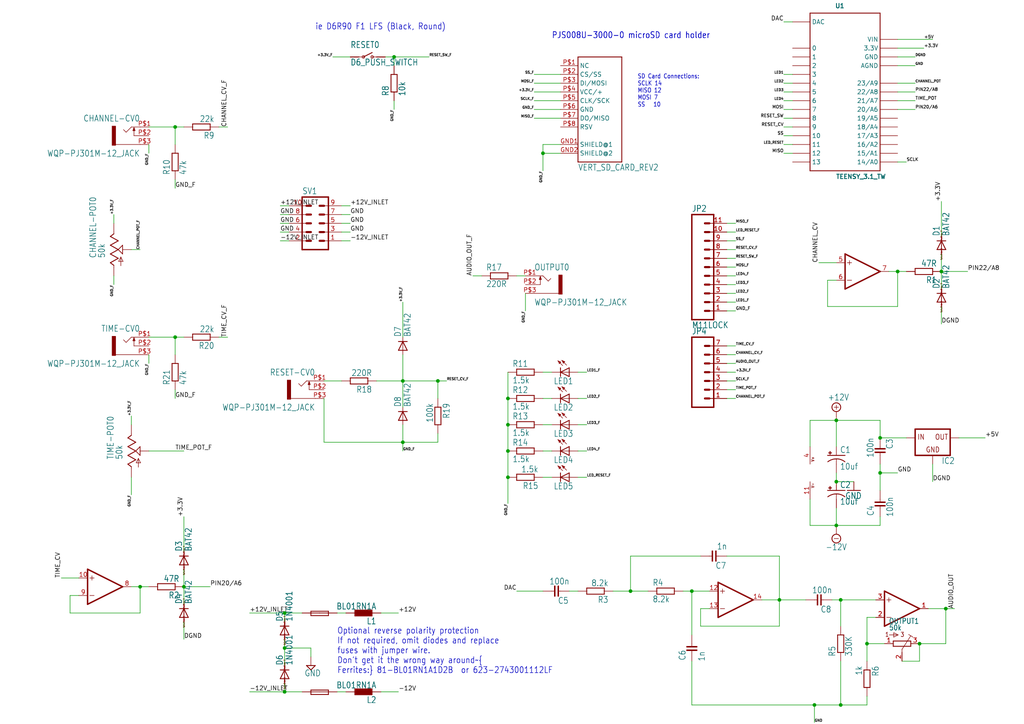
<source format=kicad_sch>
(kicad_sch (version 20231120) (generator "eeschema") (generator_version "8.0")
  (paper "A4")
  (lib_symbols
    (symbol "RadioMusic_B-eagle-import:+12V" (power)
      (symbol "+12V_1_0"
        (pin power_in line (at 0 -2.54 90) (length 2.54) (name "+12V") (number "1"))
      )
    )
    (symbol "RadioMusic_B-eagle-import:-12V" (power)
      (symbol "-12V_1_0"
        (pin power_in line (at 0 2.54 270) (length 2.54) (name "-12V") (number "1"))
      )
    )
    (symbol "RadioMusic_B-eagle-import:10_PIN_HEADER"
      (property "Reference" "SV" (at -3.81 8.382 0))
      (symbol "10_PIN_HEADER_1_0"
        (pin passive line (at 7.62 -5.08 180) (length 5.08) (name "1") (number "1"))
        (pin passive line (at -7.62 5.08 0) (length 5.08) (name "10") (number "10"))
        (pin passive line (at -7.62 -5.08 0) (length 5.08) (name "2") (number "2"))
        (pin passive line (at 7.62 -2.54 180) (length 5.08) (name "3") (number "3"))
        (pin passive line (at -7.62 -2.54 0) (length 5.08) (name "4") (number "4"))
        (pin passive line (at 7.62 0 180) (length 5.08) (name "5") (number "5"))
        (pin passive line (at -7.62 0 0) (length 5.08) (name "6") (number "6"))
        (pin passive line (at 7.62 2.54 180) (length 5.08) (name "7") (number "7"))
        (pin passive line (at -7.62 2.54 0) (length 5.08) (name "8") (number "8"))
        (pin passive line (at 7.62 5.08 180) (length 5.08) (name "9") (number "9"))
      )
    )
    (symbol "RadioMusic_B-eagle-import:1N4004"
      (property "Reference" "D" (at 2.54 0.4826 0))
      (symbol "1N4004_1_0"
        (text "SpiceOrder 1" (at -2.54 0 0) (effects (font (size 0.4064 0.3454))))
        (text "SpiceOrder 2" (at 2.54 0 0) (effects (font (size 0.4064 0.3454))))
        (pin passive line (at -2.54 0 0) (length 2.54) (name "A") (number "A"))
        (pin passive line (at 2.54 0 180) (length 2.54) (name "C") (number "C"))
      )
    )
    (symbol "RadioMusic_B-eagle-import:3362P"
      (property "Reference" "R" (at -5.715 -3.81 90))
      (symbol "3362P_1_0"
        (text "1" (at -1.905 -4.953 900) (effects (font (size 1.27 1.0795)) (justify left bottom)))
        (text "3" (at -1.905 -0.508 900) (effects (font (size 1.27 1.0795)) (justify left bottom)))
        (pin passive line (at 0 -5.08 90) (length 2.54) (name "1") (number "1"))
        (pin passive line (at 5.08 0 180) (length 2.54) (name "2") (number "2"))
        (pin passive line (at 0 5.08 270) (length 2.54) (name "3") (number "3"))
      )
    )
    (symbol "RadioMusic_B-eagle-import:78LXX"
      (property "Reference" "IC" (at 2.54 -7.62 0))
      (symbol "78LXX_1_0"
        (text "GND" (at -2.032 -4.318 0) (effects (font (size 1.524 1.2954)) (justify left bottom)))
        (text "IN" (at -4.445 -0.635 0) (effects (font (size 1.524 1.2954)) (justify left bottom)))
        (text "OUT" (at 0.635 -0.635 0) (effects (font (size 1.524 1.2954)) (justify left bottom)))
        (pin input line (at 0 -7.62 90) (length 2.54) (name "GND") (number "GND"))
        (pin input line (at -7.62 0 0) (length 2.54) (name "IN") (number "IN"))
        (pin passive line (at 7.62 0 180) (length 2.54) (name "OUT") (number "OUT"))
      )
    )
    (symbol "RadioMusic_B-eagle-import:BAT81"
      (property "Reference" "D" (at 2.54 0.4826 0))
      (symbol "BAT81_1_0"
        (text "SpiceOrder 1" (at -2.54 0 0) (effects (font (size 0.4064 0.3454))))
        (text "SpiceOrder 2" (at 2.54 0 0) (effects (font (size 0.4064 0.3454))))
        (pin passive line (at -2.54 0 0) (length 2.54) (name "A") (number "A"))
        (pin passive line (at 2.54 0 180) (length 2.54) (name "C") (number "C"))
      )
    )
    (symbol "RadioMusic_B-eagle-import:BL01RN1A"
      (property "Reference" "L" (at -3.81 1.3716 0))
      (symbol "BL01RN1A_1_0"
        (pin passive line (at -5.08 0 0) (length 2.54) (name "1") (number "1"))
        (pin passive line (at 5.08 0 180) (length 2.54) (name "2") (number "2"))
      )
    )
    (symbol "RadioMusic_B-eagle-import:C-EU050-024X044"
      (property "Reference" "C" (at -1.778 -4.953 90))
      (symbol "C-EU050-024X044_1_0"
        (pin passive line (at 0 2.54 270) (length 2.54) (name "1") (number "1"))
        (pin passive line (at 0 -5.08 90) (length 2.54) (name "2") (number "2"))
      )
    )
    (symbol "RadioMusic_B-eagle-import:C-EU050-025X075"
      (property "Reference" "C" (at -1.778 -4.953 90))
      (symbol "C-EU050-025X075_1_0"
        (pin passive line (at 0 2.54 270) (length 2.54) (name "1") (number "1"))
        (pin passive line (at 0 -5.08 90) (length 2.54) (name "2") (number "2"))
      )
    )
    (symbol "RadioMusic_B-eagle-import:CAP_POLPTH2"
      (property "Reference" "C" (at 1.016 0.635 0))
      (symbol "CAP_POLPTH2_1_0"
        (pin passive line (at 0 2.54 270) (length 2.54) (name "+") (number "1"))
        (pin passive line (at 0 -5.08 90) (length 2.54) (name "-") (number "2"))
      )
    )
    (symbol "RadioMusic_B-eagle-import:GND" (power)
      (symbol "GND_1_0"
        (pin power_in line (at 0 2.54 270) (length 2.54) (name "GND") (number "1"))
      )
    )
    (symbol "RadioMusic_B-eagle-import:PTC_FUSEPOLY_FUSE"
      (symbol "PTC_FUSEPOLY_FUSE_1_0"
        (pin bidirectional line (at -5.08 0 0) (length 5.08) (name "P$1") (number "1"))
        (pin bidirectional line (at 5.08 0 180) (length 5.08) (name "P$2") (number "2"))
      )
    )
    (symbol "RadioMusic_B-eagle-import:R-EU_STANDARD_RESISTOR"
      (property "Reference" "R" (at -3.81 1.4986 0))
      (symbol "R-EU_STANDARD_RESISTOR_1_0"
        (pin passive line (at -5.08 0 0) (length 2.54) (name "1") (number "1"))
        (pin passive line (at 5.08 0 180) (length 2.54) (name "2") (number "2"))
      )
    )
    (symbol "RadioMusic_B-eagle-import:TEENSY_3.1_TW"
      (property "Reference" "U" (at -3.048 24.13 0))
      (symbol "TEENSY_3.1_TW_1_0"
        (pin bidirectional line (at -15.24 12.7 0) (length 5.08) (name "0") (number "0"))
        (pin bidirectional line (at -15.24 10.16 0) (length 5.08) (name "1") (number "1"))
        (pin bidirectional line (at -15.24 -12.7 0) (length 5.08) (name "10") (number "10"))
        (pin bidirectional line (at -15.24 -15.24 0) (length 5.08) (name "11") (number "11"))
        (pin bidirectional line (at -15.24 -17.78 0) (length 5.08) (name "12") (number "12"))
        (pin bidirectional line (at -15.24 -20.32 0) (length 5.08) (name "13") (number "13"))
        (pin bidirectional line (at 15.24 -20.32 180) (length 5.08) (name "14/A0") (number "14/A0"))
        (pin bidirectional line (at 15.24 -17.78 180) (length 5.08) (name "15/A1") (number "15/A1"))
        (pin bidirectional line (at 15.24 -15.24 180) (length 5.08) (name "16/A2") (number "16/A2"))
        (pin bidirectional line (at 15.24 -12.7 180) (length 5.08) (name "17/A3") (number "17/A3"))
        (pin bidirectional line (at 15.24 -10.16 180) (length 5.08) (name "18/A4") (number "18/A4"))
        (pin bidirectional line (at 15.24 -7.62 180) (length 5.08) (name "19/A5") (number "19/A5"))
        (pin bidirectional line (at -15.24 7.62 0) (length 5.08) (name "2") (number "2"))
        (pin bidirectional line (at 15.24 -5.08 180) (length 5.08) (name "20/A6") (number "20/A6"))
        (pin bidirectional line (at 15.24 -2.54 180) (length 5.08) (name "21/A7") (number "21/A7"))
        (pin bidirectional line (at 15.24 0 180) (length 5.08) (name "22/A8") (number "22/A8"))
        (pin bidirectional line (at 15.24 2.54 180) (length 5.08) (name "23/A9") (number "23/A9"))
        (pin bidirectional line (at -15.24 5.08 0) (length 5.08) (name "3") (number "3"))
        (pin power_in line (at 15.24 12.7 180) (length 5.08) (name "3.3V") (number "3.3V"))
        (pin bidirectional line (at -15.24 2.54 0) (length 5.08) (name "4") (number "4"))
        (pin bidirectional line (at -15.24 0 0) (length 5.08) (name "5") (number "5"))
        (pin bidirectional line (at -15.24 -2.54 0) (length 5.08) (name "6") (number "6"))
        (pin bidirectional line (at -15.24 -5.08 0) (length 5.08) (name "7") (number "7"))
        (pin bidirectional line (at -15.24 -7.62 0) (length 5.08) (name "8") (number "8"))
        (pin bidirectional line (at -15.24 -10.16 0) (length 5.08) (name "9") (number "9"))
        (pin power_in line (at 15.24 7.62 180) (length 5.08) (name "AGND") (number "AGND"))
        (pin bidirectional line (at -15.24 20.32 0) (length 5.08) (name "DAC") (number "DAC"))
        (pin power_in line (at 15.24 10.16 180) (length 5.08) (name "GND") (number "GND"))
        (pin power_in line (at 15.24 15.24 180) (length 5.08) (name "VIN") (number "VIN"))
      )
    )
    (symbol "RadioMusic_B-eagle-import:TL074P"
      (symbol "TL074P_1_0"
        (pin output line (at 7.62 0 180) (length 2.54) (name "OUT") (number "1"))
        (pin input line (at -7.62 -2.54 0) (length 2.54) (name "-IN") (number "2"))
        (pin input line (at -7.62 2.54 0) (length 2.54) (name "+IN") (number "3"))
      )
      (symbol "TL074P_2_0"
        (pin input line (at -7.62 2.54 0) (length 2.54) (name "+IN") (number "5"))
        (pin input line (at -7.62 -2.54 0) (length 2.54) (name "-IN") (number "6"))
        (pin output line (at 7.62 0 180) (length 2.54) (name "OUT") (number "7"))
      )
      (symbol "TL074P_3_0"
        (pin input line (at -7.62 2.54 0) (length 2.54) (name "+IN") (number "10"))
        (pin output line (at 7.62 0 180) (length 2.54) (name "OUT") (number "8"))
        (pin input line (at -7.62 -2.54 0) (length 2.54) (name "-IN") (number "9"))
      )
      (symbol "TL074P_4_0"
        (pin input line (at -7.62 2.54 0) (length 2.54) (name "+IN") (number "12"))
        (pin input line (at -7.62 -2.54 0) (length 2.54) (name "-IN") (number "13"))
        (pin output line (at 7.62 0 180) (length 2.54) (name "OUT") (number "14"))
      )
      (symbol "TL074P_5_0"
        (text "V+" (at 1.27 3.175 900) (effects (font (size 0.8128 0.6908)) (justify left bottom)))
        (text "V-" (at 1.27 -4.445 900) (effects (font (size 0.8128 0.6908)) (justify left bottom)))
        (pin power_in line (at 0 -7.62 90) (length 5.08) (name "V-") (number "11"))
        (pin power_in line (at 0 7.62 270) (length 5.08) (name "V+") (number "4"))
      )
    )
    (symbol "RadioMusic_B-eagle-import:supply1_GND" (power)
      (symbol "supply1_GND_1_0"
        (pin power_in line (at 0 2.54 270) (length 2.54) (name "GND") (number "1"))
      )
    )
    (symbol "RadioMusic_F-eagle-import:ALPHA-9MMA"
      (property "Reference" "R" (at -5.08 -2.54 90))
      (symbol "ALPHA-9MMA_1_0"
        (pin passive line (at 0 -7.62 90) (length 2.54) (name "A") (number "1"))
        (pin passive line (at 5.08 0 180) (length 2.54) (name "S") (number "2"))
        (pin passive line (at 0 7.62 270) (length 2.54) (name "E") (number "3"))
      )
    )
    (symbol "RadioMusic_F-eagle-import:BAT81"
      (property "Reference" "D" (at 2.54 0.4826 0))
      (symbol "BAT81_1_0"
        (pin passive line (at -2.54 0 0) (length 2.54) (name "A") (number "A"))
        (pin passive line (at 2.54 0 180) (length 2.54) (name "C") (number "C"))
      )
    )
    (symbol "RadioMusic_F-eagle-import:D6_PUSH_SWITCH"
      (property "Reference" "S" (at -5.08 2.54 0))
      (symbol "D6_PUSH_SWITCH_1_0"
        (pin passive line (at 5.08 0 180) (length 2.54) (name "O") (number "P$1"))
        (pin passive line (at 5.08 0 180) (length 2.54) (name "O") (number "P$2"))
        (pin passive line (at -5.08 0 0) (length 2.54) (name "P") (number "P$3"))
        (pin passive line (at -5.08 0 0) (length 2.54) (name "P") (number "P$4"))
      )
    )
    (symbol "RadioMusic_F-eagle-import:LED3MM"
      (property "Reference" "LED" (at 3.556 -4.572 90))
      (symbol "LED3MM_1_0"
        (pin passive line (at 0 2.54 270) (length 2.54) (name "A") (number "A"))
        (pin passive line (at 0 -5.08 90) (length 2.54) (name "C") (number "K"))
      )
    )
    (symbol "RadioMusic_F-eagle-import:M07LOCK"
      (property "Reference" "JP" (at -5.08 13.462 0))
      (symbol "M07LOCK_1_0"
        (pin passive line (at 5.08 -5.08 180) (length 5.08) (name "1") (number "1"))
        (pin passive line (at 5.08 -2.54 180) (length 5.08) (name "2") (number "2"))
        (pin passive line (at 5.08 0 180) (length 5.08) (name "3") (number "3"))
        (pin passive line (at 5.08 2.54 180) (length 5.08) (name "4") (number "4"))
        (pin passive line (at 5.08 5.08 180) (length 5.08) (name "5") (number "5"))
        (pin passive line (at 5.08 7.62 180) (length 5.08) (name "6") (number "6"))
        (pin passive line (at 5.08 10.16 180) (length 5.08) (name "7") (number "7"))
      )
    )
    (symbol "RadioMusic_F-eagle-import:M11LOCK"
      (property "Reference" "JP" (at 0 16.002 0))
      (symbol "M11LOCK_1_0"
        (pin passive line (at 10.16 -12.7 180) (length 5.08) (name "1") (number "1"))
        (pin passive line (at 10.16 10.16 180) (length 5.08) (name "10") (number "10"))
        (pin passive line (at 10.16 12.7 180) (length 5.08) (name "11") (number "11"))
        (pin passive line (at 10.16 -10.16 180) (length 5.08) (name "2") (number "2"))
        (pin passive line (at 10.16 -7.62 180) (length 5.08) (name "3") (number "3"))
        (pin passive line (at 10.16 -5.08 180) (length 5.08) (name "4") (number "4"))
        (pin passive line (at 10.16 -2.54 180) (length 5.08) (name "5") (number "5"))
        (pin passive line (at 10.16 0 180) (length 5.08) (name "6") (number "6"))
        (pin passive line (at 10.16 2.54 180) (length 5.08) (name "7") (number "7"))
        (pin passive line (at 10.16 5.08 180) (length 5.08) (name "8") (number "8"))
        (pin passive line (at 10.16 7.62 180) (length 5.08) (name "9") (number "9"))
      )
    )
    (symbol "RadioMusic_F-eagle-import:R-EU_STANDARD_RESISTOR"
      (property "Reference" "R" (at -3.81 1.4986 0))
      (symbol "R-EU_STANDARD_RESISTOR_1_0"
        (pin passive line (at -5.08 0 0) (length 2.54) (name "1") (number "1"))
        (pin passive line (at 5.08 0 180) (length 2.54) (name "2") (number "2"))
      )
    )
    (symbol "RadioMusic_F-eagle-import:VERT_SD_CARD_REV2"
      (symbol "VERT_SD_CARD_REV2_1_0"
        (pin bidirectional line (at -7.62 -10.16 0) (length 5.08) (name "SHIELD@1") (number "GND1"))
        (pin bidirectional line (at -7.62 -12.7 0) (length 5.08) (name "SHIELD@2") (number "GND2"))
        (pin bidirectional line (at -7.62 12.7 0) (length 5.08) (name "NC") (number "P$1"))
        (pin bidirectional line (at -7.62 10.16 0) (length 5.08) (name "CS/SS") (number "P$2"))
        (pin bidirectional line (at -7.62 7.62 0) (length 5.08) (name "DI/MOSI") (number "P$3"))
        (pin bidirectional line (at -7.62 5.08 0) (length 5.08) (name "VCC/+") (number "P$4"))
        (pin bidirectional line (at -7.62 2.54 0) (length 5.08) (name "CLK/SCK") (number "P$5"))
        (pin bidirectional line (at -7.62 0 0) (length 5.08) (name "GND") (number "P$6"))
        (pin bidirectional line (at -7.62 -2.54 0) (length 5.08) (name "DO/MISO") (number "P$7"))
        (pin bidirectional line (at -7.62 -5.08 0) (length 5.08) (name "RSV") (number "P$8"))
      )
    )
    (symbol "RadioMusic_F-eagle-import:WQP-PJ301M-12_JACK"
      (property "Reference" "J" (at -2.54 4.064 0))
      (symbol "WQP-PJ301M-12_JACK_1_0"
        (pin passive line (at -5.08 2.54 0) (length 2.54) (name "2") (number "P$1"))
        (pin passive line (at -5.08 0 0) (length 2.54) (name "3") (number "P$2"))
        (pin passive line (at -5.08 -2.54 0) (length 2.54) (name "1") (number "P$3"))
      )
    )
  )
  (junction (at 242.57 152.4))
  (junction (at 116.84 110.49))
  (junction (at 182.88 171.45))
  (junction (at 260.35 78.74))
  (junction (at 82.55 177.8))
  (junction (at 236.22 204.47))
  (junction (at 157.48 44.45))
  (junction (at 242.57 139.7))
  (junction (at 53.34 170.18))
  (junction (at 82.55 187.96))
  (junction (at 200.66 171.45))
  (junction (at 50.8 97.79))
  (junction (at 147.32 123.19))
  (junction (at 251.46 186.69))
  (junction (at 82.55 200.66))
  (junction (at 273.05 78.74))
  (junction (at 116.84 128.27))
  (junction (at 127 110.49))
  (junction (at 50.8 36.83))
  (junction (at 147.32 138.43))
  (junction (at 226.06 173.99))
  (junction (at 147.32 130.81))
  (junction (at 147.32 115.57))
  (junction (at 266.7 186.69))
  (junction (at 255.27 127))
  (junction (at 243.84 204.47))
  (junction (at 255.27 137.16))
  (junction (at 242.57 121.92))
  (junction (at 274.32 176.53))
  (junction (at 243.84 173.99))
  (junction (at 114.3 16.51))
  (junction (at 40.64 170.18))
  (wire (pts (xy 251.46 204.47) (xy 243.84 204.47)) (stroke (width 0.1524)))
  (wire (pts (xy 157.48 115.57) (xy 160.02 115.57)) (stroke (width 0.1524)))
  (wire (pts (xy 87.63 177.8) (xy 82.55 177.8)) (stroke (width 0.1524)))
  (wire (pts (xy 240.03 81.28) (xy 240.03 88.9)) (stroke (width 0.1524)))
  (wire (pts (xy 114.3 16.51) (xy 124.46 16.51)) (stroke (width 0.1524)))
  (wire (pts (xy 127 110.49) (xy 129.54 110.49)) (stroke (width 0.1524)))
  (wire (pts (xy 22.86 167.64) (xy 17.78 167.64)) (stroke (width 0.1524)))
  (wire (pts (xy 200.66 184.15) (xy 200.66 171.45)) (stroke (width 0.1524)))
  (wire (pts (xy 127 115.57) (xy 127 110.49)) (stroke (width 0.1524)))
  (wire (pts (xy 213.36 87.63) (xy 210.82 87.63)) (stroke (width 0.1524)))
  (wire (pts (xy 152.4 90.17) (xy 152.4 85.09)) (stroke (width 0.1524)))
  (wire (pts (xy 116.84 110.49) (xy 116.84 102.87)) (stroke (width 0.1524)))
  (wire (pts (xy 154.94 21.59) (xy 162.56 21.59)) (stroke (width 0.1524)))
  (wire (pts (xy 116.84 128.27) (xy 116.84 130.81)) (stroke (width 0.1524)))
  (wire (pts (xy 81.28 59.69) (xy 83.82 59.69)) (stroke (width 0.1524)))
  (wire (pts (xy 99.06 110.49) (xy 93.98 110.49)) (stroke (width 0.1524)))
  (wire (pts (xy 213.36 113.03) (xy 210.82 113.03)) (stroke (width 0.1524)))
  (wire (pts (xy 280.67 78.74) (xy 273.05 78.74)) (stroke (width 0.1524)))
  (wire (pts (xy 213.36 110.49) (xy 210.82 110.49)) (stroke (width 0.1524)))
  (wire (pts (xy 257.81 78.74) (xy 260.35 78.74)) (stroke (width 0.1524)))
  (wire (pts (xy 213.36 69.85) (xy 210.82 69.85)) (stroke (width 0.1524)))
  (wire (pts (xy 100.33 200.66) (xy 97.79 200.66)) (stroke (width 0.1524)))
  (wire (pts (xy 227.33 21.59) (xy 229.87 21.59)) (stroke (width 0.1524)))
  (wire (pts (xy 170.18 115.57) (xy 167.64 115.57)) (stroke (width 0.1524)))
  (wire (pts (xy 43.18 105.41) (xy 43.18 102.87)) (stroke (width 0.1524)))
  (wire (pts (xy 101.6 59.69) (xy 99.06 59.69)) (stroke (width 0.1524)))
  (wire (pts (xy 149.86 80.01) (xy 152.4 80.01)) (stroke (width 0.1524)))
  (wire (pts (xy 251.46 186.69) (xy 251.46 191.77)) (stroke (width 0.1524)))
  (wire (pts (xy 213.36 115.57) (xy 210.82 115.57)) (stroke (width 0.1524)))
  (wire (pts (xy 50.8 115.57) (xy 50.8 113.03)) (stroke (width 0.1524)))
  (wire (pts (xy 100.33 177.8) (xy 97.79 177.8)) (stroke (width 0.1524)))
  (wire (pts (xy 213.36 82.55) (xy 210.82 82.55)) (stroke (width 0.1524)))
  (wire (pts (xy 242.57 152.4) (xy 234.95 152.4)) (stroke (width 0.1524)))
  (wire (pts (xy 255.27 142.24) (xy 255.27 137.16)) (stroke (width 0.1524)))
  (wire (pts (xy 226.06 173.99) (xy 220.98 173.99)) (stroke (width 0.1524)))
  (wire (pts (xy 154.94 31.75) (xy 162.56 31.75)) (stroke (width 0.1524)))
  (wire (pts (xy 157.48 41.91) (xy 162.56 41.91)) (stroke (width 0.1524)))
  (wire (pts (xy 240.03 88.9) (xy 260.35 88.9)) (stroke (width 0.1524)))
  (wire (pts (xy 233.68 173.99) (xy 226.06 173.99)) (stroke (width 0.1524)))
  (wire (pts (xy 116.84 128.27) (xy 116.84 123.19)) (stroke (width 0.1524)))
  (wire (pts (xy 177.8 171.45) (xy 182.88 171.45)) (stroke (width 0.1524)))
  (wire (pts (xy 265.43 26.67) (xy 260.35 26.67)) (stroke (width 0.1524)))
  (wire (pts (xy 60.96 170.18) (xy 53.34 170.18)) (stroke (width 0.1524)))
  (wire (pts (xy 276.86 176.53) (xy 274.32 176.53)) (stroke (width 0.1524)))
  (wire (pts (xy 273.05 93.98) (xy 273.05 88.9)) (stroke (width 0.1524)))
  (wire (pts (xy 227.33 36.83) (xy 229.87 36.83)) (stroke (width 0.1524)))
  (wire (pts (xy 109.22 110.49) (xy 116.84 110.49)) (stroke (width 0.1524)))
  (wire (pts (xy 255.27 149.86) (xy 255.27 152.4)) (stroke (width 0.1524)))
  (wire (pts (xy 53.34 97.79) (xy 50.8 97.79)) (stroke (width 0.1524)))
  (wire (pts (xy 43.18 44.45) (xy 43.18 41.91)) (stroke (width 0.1524)))
  (wire (pts (xy 269.24 176.53) (xy 274.32 176.53)) (stroke (width 0.1524)))
  (wire (pts (xy 236.22 204.47) (xy 236.22 209.55)) (stroke (width 0.1524)))
  (wire (pts (xy 116.84 110.49) (xy 127 110.49)) (stroke (width 0.1524)))
  (wire (pts (xy 242.57 81.28) (xy 240.03 81.28)) (stroke (width 0.1524)))
  (wire (pts (xy 81.28 67.31) (xy 83.82 67.31)) (stroke (width 0.1524)))
  (wire (pts (xy 170.18 138.43) (xy 167.64 138.43)) (stroke (width 0.1524)))
  (wire (pts (xy 170.18 107.95) (xy 167.64 107.95)) (stroke (width 0.1524)))
  (wire (pts (xy 82.55 177.8) (xy 72.39 177.8)) (stroke (width 0.1524)))
  (wire (pts (xy 251.46 204.47) (xy 251.46 201.93)) (stroke (width 0.1524)))
  (wire (pts (xy 147.32 115.57) (xy 147.32 123.19)) (stroke (width 0.1524)))
  (wire (pts (xy 72.39 200.66) (xy 82.55 200.66)) (stroke (width 0.1524)))
  (wire (pts (xy 227.33 6.35) (xy 229.87 6.35)) (stroke (width 0.1524)))
  (wire (pts (xy 273.05 83.82) (xy 273.05 78.74)) (stroke (width 0.1524)))
  (wire (pts (xy 127 125.73) (xy 127 128.27)) (stroke (width 0.1524)))
  (wire (pts (xy 227.33 31.75) (xy 229.87 31.75)) (stroke (width 0.1524)))
  (wire (pts (xy 255.27 137.16) (xy 255.27 134.62)) (stroke (width 0.1524)))
  (wire (pts (xy 213.36 67.31) (xy 210.82 67.31)) (stroke (width 0.1524)))
  (wire (pts (xy 213.36 72.39) (xy 210.82 72.39)) (stroke (width 0.1524)))
  (wire (pts (xy 227.33 41.91) (xy 229.87 41.91)) (stroke (width 0.1524)))
  (wire (pts (xy 273.05 73.66) (xy 273.05 78.74)) (stroke (width 0.1524)))
  (wire (pts (xy 200.66 171.45) (xy 205.74 171.45)) (stroke (width 0.1524)))
  (wire (pts (xy 82.55 187.96) (xy 82.55 193.04)) (stroke (width 0.1524)))
  (wire (pts (xy 226.06 161.29) (xy 226.06 173.99)) (stroke (width 0.1524)))
  (wire (pts (xy 205.74 176.53) (xy 203.2 176.53)) (stroke (width 0.1524)))
  (wire (pts (xy 227.33 29.21) (xy 229.87 29.21)) (stroke (width 0.1524)))
  (wire (pts (xy 114.3 31.75) (xy 114.3 29.21)) (stroke (width 0.1524)))
  (wire (pts (xy 154.94 34.29) (xy 162.56 34.29)) (stroke (width 0.1524)))
  (wire (pts (xy 227.33 39.37) (xy 229.87 39.37)) (stroke (width 0.1524)))
  (wire (pts (xy 81.28 64.77) (xy 83.82 64.77)) (stroke (width 0.1524)))
  (wire (pts (xy 213.36 107.95) (xy 210.82 107.95)) (stroke (width 0.1524)))
  (wire (pts (xy 101.6 67.31) (xy 99.06 67.31)) (stroke (width 0.1524)))
  (wire (pts (xy 203.2 161.29) (xy 182.88 161.29)) (stroke (width 0.1524)))
  (wire (pts (xy 40.64 177.8) (xy 40.64 170.18)) (stroke (width 0.1524)))
  (wire (pts (xy 147.32 123.19) (xy 147.32 130.81)) (stroke (width 0.1524)))
  (wire (pts (xy 182.88 171.45) (xy 187.96 171.45)) (stroke (width 0.1524)))
  (wire (pts (xy 213.36 77.47) (xy 210.82 77.47)) (stroke (width 0.1524)))
  (wire (pts (xy 33.02 82.55) (xy 33.02 80.01)) (stroke (width 0.1524)))
  (wire (pts (xy 262.89 127) (xy 255.27 127)) (stroke (width 0.1524)))
  (wire (pts (xy 265.43 31.75) (xy 260.35 31.75)) (stroke (width 0.1524)))
  (wire (pts (xy 147.32 130.81) (xy 147.32 138.43)) (stroke (width 0.1524)))
  (wire (pts (xy 53.34 185.42) (xy 53.34 180.34)) (stroke (width 0.1524)))
  (wire (pts (xy 213.36 64.77) (xy 210.82 64.77)) (stroke (width 0.1524)))
  (wire (pts (xy 116.84 97.79) (xy 116.84 87.63)) (stroke (width 0.1524)))
  (wire (pts (xy 127 128.27) (xy 116.84 128.27)) (stroke (width 0.1524)))
  (wire (pts (xy 116.84 118.11) (xy 116.84 110.49)) (stroke (width 0.1524)))
  (wire (pts (xy 81.28 62.23) (xy 83.82 62.23)) (stroke (width 0.1524)))
  (wire (pts (xy 53.34 149.86) (xy 53.34 160.02)) (stroke (width 0.1524)))
  (wire (pts (xy 242.57 139.7) (xy 242.57 137.16)) (stroke (width 0.1524)))
  (wire (pts (xy 149.86 171.45) (xy 157.48 171.45)) (stroke (width 0.1524)))
  (wire (pts (xy 165.1 171.45) (xy 167.64 171.45)) (stroke (width 0.1524)))
  (wire (pts (xy 241.3 173.99) (xy 243.84 173.99)) (stroke (width 0.1524)))
  (wire (pts (xy 234.95 152.4) (xy 234.95 144.78)) (stroke (width 0.1524)))
  (wire (pts (xy 170.18 123.19) (xy 167.64 123.19)) (stroke (width 0.1524)))
  (wire (pts (xy 50.8 41.91) (xy 50.8 36.83)) (stroke (width 0.1524)))
  (wire (pts (xy 101.6 69.85) (xy 99.06 69.85)) (stroke (width 0.1524)))
  (wire (pts (xy 182.88 161.29) (xy 182.88 171.45)) (stroke (width 0.1524)))
  (wire (pts (xy 255.27 152.4) (xy 242.57 152.4)) (stroke (width 0.1524)))
  (wire (pts (xy 213.36 85.09) (xy 210.82 85.09)) (stroke (width 0.1524)))
  (wire (pts (xy 20.32 177.8) (xy 40.64 177.8)) (stroke (width 0.1524)))
  (wire (pts (xy 227.33 34.29) (xy 229.87 34.29)) (stroke (width 0.1524)))
  (wire (pts (xy 234.95 129.54) (xy 234.95 121.92)) (stroke (width 0.1524)))
  (wire (pts (xy 82.55 177.8) (xy 82.55 180.34)) (stroke (width 0.1524)))
  (wire (pts (xy 20.32 172.72) (xy 20.32 177.8)) (stroke (width 0.1524)))
  (wire (pts (xy 265.43 24.13) (xy 260.35 24.13)) (stroke (width 0.1524)))
  (wire (pts (xy 22.86 172.72) (xy 20.32 172.72)) (stroke (width 0.1524)))
  (wire (pts (xy 236.22 204.47) (xy 200.66 204.47)) (stroke (width 0.1524)))
  (wire (pts (xy 66.04 97.79) (xy 63.5 97.79)) (stroke (width 0.1524)))
  (wire (pts (xy 200.66 191.77) (xy 200.66 204.47)) (stroke (width 0.1524)))
  (wire (pts (xy 157.48 44.45) (xy 157.48 41.91)) (stroke (width 0.1524)))
  (wire (pts (xy 266.7 191.77) (xy 266.7 186.69)) (stroke (width 0.1524)))
  (wire (pts (xy 203.2 181.61) (xy 226.06 181.61)) (stroke (width 0.1524)))
  (wire (pts (xy 137.16 80.01) (xy 139.7 80.01)) (stroke (width 0.1524)))
  (wire (pts (xy 82.55 200.66) (xy 87.63 200.66)) (stroke (width 0.1524)))
  (wire (pts (xy 160.02 107.95) (xy 157.48 107.95)) (stroke (width 0.1524)))
  (wire (pts (xy 40.64 170.18) (xy 38.1 170.18)) (stroke (width 0.1524)))
  (wire (pts (xy 213.36 80.01) (xy 210.82 80.01)) (stroke (width 0.1524)))
  (wire (pts (xy 157.48 130.81) (xy 160.02 130.81)) (stroke (width 0.1524)))
  (wire (pts (xy 274.32 186.69) (xy 274.32 176.53)) (stroke (width 0.1524)))
  (wire (pts (xy 260.35 13.97) (xy 267.97 13.97)) (stroke (width 0.1524)))
  (wire (pts (xy 251.46 179.07) (xy 251.46 186.69)) (stroke (width 0.1524)))
  (wire (pts (xy 273.05 58.42) (xy 273.05 68.58)) (stroke (width 0.1524)))
  (wire (pts (xy 115.57 200.66) (xy 110.49 200.66)) (stroke (width 0.1524)))
  (wire (pts (xy 256.54 186.69) (xy 251.46 186.69)) (stroke (width 0.1524)))
  (wire (pts (xy 213.36 90.17) (xy 210.82 90.17)) (stroke (width 0.1524)))
  (wire (pts (xy 210.82 161.29) (xy 226.06 161.29)) (stroke (width 0.1524)))
  (wire (pts (xy 115.57 177.8) (xy 110.49 177.8)) (stroke (width 0.1524)))
  (wire (pts (xy 242.57 121.92) (xy 242.57 129.54)) (stroke (width 0.1524)))
  (wire (pts (xy 82.55 185.42) (xy 82.55 187.96)) (stroke (width 0.1524)))
  (wire (pts (xy 261.62 191.77) (xy 266.7 191.77)) (stroke (width 0.1524)))
  (wire (pts (xy 154.94 24.13) (xy 162.56 24.13)) (stroke (width 0.1524)))
  (wire (pts (xy 243.84 204.47) (xy 243.84 191.77)) (stroke (width 0.1524)))
  (wire (pts (xy 154.94 26.67) (xy 162.56 26.67)) (stroke (width 0.1524)))
  (wire (pts (xy 90.17 187.96) (xy 90.17 190.5)) (stroke (width 0.1524)))
  (wire (pts (xy 147.32 107.95) (xy 147.32 115.57)) (stroke (width 0.1524)))
  (wire (pts (xy 154.94 29.21) (xy 162.56 29.21)) (stroke (width 0.1524)))
  (wire (pts (xy 82.55 187.96) (xy 90.17 187.96)) (stroke (width 0.1524)))
  (wire (pts (xy 285.75 127) (xy 278.13 127)) (stroke (width 0.1524)))
  (wire (pts (xy 260.35 11.43) (xy 270.51 11.43)) (stroke (width 0.1524)))
  (wire (pts (xy 81.28 69.85) (xy 83.82 69.85)) (stroke (width 0.1524)))
  (wire (pts (xy 260.35 78.74) (xy 262.89 78.74)) (stroke (width 0.1524)))
  (wire (pts (xy 101.6 62.23) (xy 99.06 62.23)) (stroke (width 0.1524)))
  (wire (pts (xy 243.84 204.47) (xy 236.22 204.47)) (stroke (width 0.1524)))
  (wire (pts (xy 38.1 72.39) (xy 40.64 72.39)) (stroke (width 0.1524)))
  (wire (pts (xy 265.43 29.21) (xy 260.35 29.21)) (stroke (width 0.1524)))
  (wire (pts (xy 157.48 123.19) (xy 160.02 123.19)) (stroke (width 0.1524)))
  (wire (pts (xy 242.57 139.7) (xy 247.65 139.7)) (stroke (width 0.1524)))
  (wire (pts (xy 50.8 102.87) (xy 50.8 97.79)) (stroke (width 0.1524)))
  (wire (pts (xy 213.36 100.33) (xy 210.82 100.33)) (stroke (width 0.1524)))
  (wire (pts (xy 53.34 165.1) (xy 53.34 170.18)) (stroke (width 0.1524)))
  (wire (pts (xy 226.06 181.61) (xy 226.06 173.99)) (stroke (width 0.1524)))
  (wire (pts (xy 213.36 105.41) (xy 210.82 105.41)) (stroke (width 0.1524)))
  (wire (pts (xy 170.18 130.81) (xy 167.64 130.81)) (stroke (width 0.1524)))
  (wire (pts (xy 93.98 115.57) (xy 93.98 128.27)) (stroke (width 0.1524)))
  (wire (pts (xy 243.84 173.99) (xy 243.84 181.61)) (stroke (width 0.1524)))
  (wire (pts (xy 227.33 26.67) (xy 229.87 26.67)) (stroke (width 0.1524)))
  (wire (pts (xy 213.36 74.93) (xy 210.82 74.93)) (stroke (width 0.1524)))
  (wire (pts (xy 111.76 16.51) (xy 114.3 16.51)) (stroke (width 0.1524)))
  (wire (pts (xy 33.02 62.23) (xy 33.02 64.77)) (stroke (width 0.1524)))
  (wire (pts (xy 38.1 120.65) (xy 38.1 123.19)) (stroke (width 0.1524)))
  (wire (pts (xy 243.84 173.99) (xy 254 173.99)) (stroke (width 0.1524)))
  (wire (pts (xy 38.1 143.51) (xy 38.1 138.43)) (stroke (width 0.1524)))
  (wire (pts (xy 265.43 16.51) (xy 260.35 16.51)) (stroke (width 0.1524)))
  (wire (pts (xy 82.55 198.12) (xy 82.55 200.66)) (stroke (width 0.1524)))
  (wire (pts (xy 227.33 44.45) (xy 229.87 44.45)) (stroke (width 0.1524)))
  (wire (pts (xy 157.48 138.43) (xy 160.02 138.43)) (stroke (width 0.1524)))
  (wire (pts (xy 266.7 186.69) (xy 274.32 186.69)) (stroke (width 0.1524)))
  (wire (pts (xy 53.34 175.26) (xy 53.34 170.18)) (stroke (width 0.1524)))
  (wire (pts (xy 43.18 170.18) (xy 40.64 170.18)) (stroke (width 0.1524)))
  (wire (pts (xy 242.57 76.2) (xy 237.49 76.2)) (stroke (width 0.1524)))
  (wire (pts (xy 50.8 54.61) (xy 50.8 52.07)) (stroke (width 0.1524)))
  (wire (pts (xy 254 179.07) (xy 251.46 179.07)) (stroke (width 0.1524)))
  (wire (pts (xy 255.27 121.92) (xy 242.57 121.92)) (stroke (width 0.1524)))
  (wire (pts (xy 260.35 137.16) (xy 255.27 137.16)) (stroke (width 0.1524)))
  (wire (pts (xy 198.12 171.45) (xy 200.66 171.45)) (stroke (width 0.1524)))
  (wire (pts (xy 260.35 88.9) (xy 260.35 78.74)) (stroke (width 0.1524)))
  (wire (pts (xy 147.32 138.43) (xy 147.32 146.05)) (stroke (width 0.1524)))
  (wire (pts (xy 255.27 127) (xy 255.27 121.92)) (stroke (width 0.1524)))
  (wire (pts (xy 157.48 49.53) (xy 157.48 44.45)) (stroke (width 0.1524)))
  (wire (pts (xy 265.43 19.05) (xy 260.35 19.05)) (stroke (width 0.1524)))
  (wire (pts (xy 93.98 128.27) (xy 116.84 128.27)) (stroke (width 0.1524)))
  (wire (pts (xy 242.57 152.4) (xy 242.57 147.32)) (stroke (width 0.1524)))
  (wire (pts (xy 162.56 44.45) (xy 157.48 44.45)) (stroke (width 0.1524)))
  (wire (pts (xy 66.04 36.83) (xy 63.5 36.83)) (stroke (width 0.1524)))
  (wire (pts (xy 270.51 139.7) (xy 270.51 134.62)) (stroke (width 0.1524)))
  (wire (pts (xy 101.6 64.77) (xy 99.06 64.77)) (stroke (width 0.1524)))
  (wire (pts (xy 234.95 121.92) (xy 242.57 121.92)) (stroke (width 0.1524)))
  (wire (pts (xy 43.18 130.81) (xy 53.34 130.81)) (stroke (width 0.1524)))
  (wire (pts (xy 114.3 19.05) (xy 114.3 16.51)) (stroke (width 0.1524)))
  (wire (pts (xy 203.2 176.53) (xy 203.2 181.61)) (stroke (width 0.1524)))
  (wire (pts (xy 227.33 24.13) (xy 229.87 24.13)) (stroke (width 0.1524)))
  (wire (pts (xy 50.8 36.83) (xy 43.18 36.83)) (stroke (width 0.1524)))
  (wire (pts (xy 210.82 102.87) (xy 213.36 102.87)) (stroke (width 0.1524)))
  (wire (pts (xy 96.52 16.51) (xy 101.6 16.51)) (stroke (width 0.1524)))
  (wire (pts (xy 53.34 36.83) (xy 50.8 36.83)) (stroke (width 0.1524)))
  (wire (pts (xy 262.89 46.99) (xy 260.35 46.99)) (stroke (width 0.1524)))
  (wire (pts (xy 50.8 97.79) (xy 43.18 97.79)) (stroke (width 0.1524)))
  (text "SD Card Connections:\nSCLK 14\nMISO 12\nMOSI 7\nSS   10" (at 184.912 31.242 0) (effects (font (size 1.27 1.0795)) (justify left bottom)))
  (text "Optional reverse polarity protection\nIf not required, omit diodes and replace\nfuses with jumper wire.\nDon't get it the wrong way around~{\nFerrites:} 81-BL01RN1A1D2B  or 623-2743001112LF" (at 97.79 195.58 0) (effects (font (size 1.778 1.5113)) (justify left bottom)))
  (text "PJS008U-3000-0 microSD card holder" (at 160.02 11.43 0) (effects (font (size 1.778 1.5113)) (justify left bottom)))
  (text "PJS008U-3000-0 microSD card holder" (at 160.02 11.43 0) (effects (font (size 1.778 1.5113)) (justify left bottom)))
  (text "ie D6R90 F1 LFS (Black, Round)" (at 91.44 8.89 0) (effects (font (size 1.778 1.5113)) (justify left bottom)))
  (label "+12V" (at 115.57 177.8 0) (effects (font (size 1.2446 1.2446))))
  (label "GND" (at 236.22 209.55 0) (effects (font (size 0.7112 0.7112))))
  (label "GND_F" (at 50.8 54.61 0) (effects (font (size 1.2446 1.2446))))
  (label "GND" (at 81.28 62.23 0) (effects (font (size 1.2446 1.2446))))
  (label "LED_RESET" (at 227.33 41.91 180) (effects (font (size 0.7112 0.7112))))
  (label "+12V_INLET" (at 101.6 59.69 0) (effects (font (size 1.2446 1.2446))))
  (label "LED1_F" (at 213.36 87.63 0) (effects (font (size 0.7112 0.7112))))
  (label "GND_F" (at 50.8 115.57 0) (effects (font (size 1.2446 1.2446))))
  (label "DGND" (at 273.05 93.98 0) (effects (font (size 1.2446 1.2446))))
  (label "PIN20/A6" (at 60.96 170.18 0) (effects (font (size 1.2446 1.2446))))
  (label "DGND" (at 53.34 185.42 0) (effects (font (size 1.2446 1.2446))))
  (label "GND" (at 101.6 62.23 0) (effects (font (size 1.2446 1.2446))))
  (label "AUDIO_OUT" (at 276.86 176.53 90) (effects (font (size 1.2446 1.2446))))
  (label "TIME_POT_F" (at 50.8 130.81 0) (effects (font (size 1.2446 1.2446))))
  (label "GND_F" (at 116.84 130.81 0) (effects (font (size 0.7112 0.7112))))
  (label "GND_F" (at 152.4 90.17 270) (effects (font (size 0.7112 0.7112))))
  (label "-12V_INLET" (at 81.28 69.85 0) (effects (font (size 1.2446 1.2446))))
  (label "-12V_INLET" (at 72.39 200.66 0) (effects (font (size 1.2446 1.2446))))
  (label "SS" (at 227.33 39.37 180) (effects (font (size 0.889 0.889))))
  (label "LED4_F" (at 170.18 130.81 0) (effects (font (size 0.7112 0.7112))))
  (label "GND" (at 265.43 19.05 0) (effects (font (size 0.7112 0.7112))))
  (label "RESET_SW_F" (at 213.36 74.93 0) (effects (font (size 0.7112 0.7112))))
  (label "LED3_F" (at 213.36 82.55 0) (effects (font (size 0.7112 0.7112))))
  (label "SS_F" (at 154.94 21.59 180) (effects (font (size 0.7112 0.7112))))
  (label "LED_RESET_F" (at 170.18 138.43 0) (effects (font (size 0.7112 0.7112))))
  (label "PIN22/A8" (at 265.43 26.67 0) (effects (font (size 0.889 0.889))))
  (label "+5V" (at 267.97 11.43 0) (effects (font (size 0.889 0.889))))
  (label "GND" (at 260.35 137.16 0) (effects (font (size 1.2446 1.2446))))
  (label "GND_F" (at 147.32 146.05 270) (effects (font (size 0.7112 0.7112))))
  (label "DAC" (at 227.33 6.35 180) (effects (font (size 1.2446 1.2446))))
  (label "GND" (at 101.6 64.77 0) (effects (font (size 1.2446 1.2446))))
  (label "CHANNEL_POT" (at 265.43 24.13 0) (effects (font (size 0.7112 0.7112))))
  (label "+5V" (at 285.75 127 0) (effects (font (size 1.2446 1.2446))))
  (label "GND_F" (at 43.18 105.41 270) (effects (font (size 0.7112 0.7112))))
  (label "GND" (at 81.28 64.77 0) (effects (font (size 1.2446 1.2446))))
  (label "LED2" (at 227.33 24.13 180) (effects (font (size 0.7112 0.7112))))
  (label "LED3_F" (at 170.18 123.19 0) (effects (font (size 0.7112 0.7112))))
  (label "TIME_CV" (at 17.78 167.64 90) (effects (font (size 1.2446 1.2446))))
  (label "RESET_SW_F" (at 124.46 16.51 0) (effects (font (size 0.7112 0.7112))))
  (label "PIN22/A8" (at 280.67 78.74 0) (effects (font (size 1.2446 1.2446))))
  (label "GND_F" (at 114.3 31.75 270) (effects (font (size 0.7112 0.7112))))
  (label "RESET_SW" (at 227.33 34.29 180) (effects (font (size 0.889 0.889))))
  (label "GND_F" (at 213.36 90.17 0) (effects (font (size 0.889 0.889))))
  (label "+3.3V" (at 53.34 149.86 90) (effects (font (size 1.2446 1.2446))))
  (label "MISO" (at 227.33 44.45 180) (effects (font (size 0.889 0.889))))
  (label "CHANNEL_CV_F" (at 66.04 36.83 90) (effects (font (size 1.2446 1.2446))))
  (label "RESET_CV" (at 227.33 36.83 180) (effects (font (size 0.889 0.889))))
  (label "+3.3V_F" (at 33.02 62.23 90) (effects (font (size 0.7112 0.7112))))
  (label "GND_F" (at 43.18 44.45 270) (effects (font (size 0.7112 0.7112))))
  (label "LED4_F" (at 213.36 80.01 0) (effects (font (size 0.7112 0.7112))))
  (label "GND_F" (at 33.02 82.55 270) (effects (font (size 0.7112 0.7112))))
  (label "+3.3V_F" (at 96.52 16.51 180) (effects (font (size 0.7112 0.7112))))
  (label "TIME_CV_F" (at 66.04 97.79 90) (effects (font (size 1.2446 1.2446))))
  (label "CHANNEL_POT_F" (at 40.64 72.39 90) (effects (font (size 0.7112 0.7112))))
  (label "-12V_INLET" (at 101.6 69.85 0) (effects (font (size 1.2446 1.2446))))
  (label "CHANNEL_POT_F" (at 213.36 115.57 0) (effects (font (size 0.7112 0.7112))))
  (label "RESET_CV_F" (at 129.54 110.49 0) (effects (font (size 0.7112 0.7112))))
  (label "+3.3V" (at 267.97 13.97 0) (effects (font (size 0.889 0.889))))
  (label "GND" (at 101.6 67.31 0) (effects (font (size 1.2446 1.2446))))
  (label "MISO_F" (at 213.36 64.77 0) (effects (font (size 0.7112 0.7112))))
  (label "DGND" (at 265.43 16.51 0) (effects (font (size 0.7112 0.7112))))
  (label "GND_F" (at 157.48 49.53 270) (effects (font (size 0.7112 0.7112))))
  (label "TIME_POT_F" (at 213.36 113.03 0) (effects (font (size 0.7112 0.7112))))
  (label "MOSI" (at 227.33 31.75 180) (effects (font (size 0.889 0.889))))
  (label "+3.3V" (at 273.05 58.42 90) (effects (font (size 1.2446 1.2446))))
  (label "TIME_POT" (at 265.43 29.21 0) (effects (font (size 0.889 0.889))))
  (label "RESET_CV_F" (at 213.36 72.39 0) (effects (font (size 0.7112 0.7112))))
  (label "GND_F" (at 38.1 143.51 270) (effects (font (size 0.7112 0.7112))))
  (label "SCLK_F" (at 213.36 110.49 0) (effects (font (size 0.7112 0.7112))))
  (label "DAC" (at 149.86 171.45 180) (effects (font (size 1.2446 1.2446))))
  (label "AUDIO_OUT_F" (at 213.36 105.41 0) (effects (font (size 0.7112 0.7112))))
  (label "DGND" (at 270.51 139.7 0) (effects (font (size 1.2446 1.2446))))
  (label "+3.3V_F" (at 154.94 26.67 180) (effects (font (size 0.7112 0.7112))))
  (label "+12V_INLET" (at 72.39 177.8 0) (effects (font (size 1.2446 1.2446))))
  (label "GND_F" (at 154.94 31.75 180) (effects (font (size 0.7112 0.7112))))
  (label "CHANNEL_CV" (at 237.49 76.2 90) (effects (font (size 1.2446 1.2446))))
  (label "MISO_F" (at 154.94 34.29 180) (effects (font (size 0.7112 0.7112))))
  (label "+3.3V_F" (at 116.84 87.63 90) (effects (font (size 0.7112 0.7112))))
  (label "+3.3V_F" (at 213.36 107.95 0) (effects (font (size 0.7112 0.7112))))
  (label "SCLK" (at 262.89 46.99 0) (effects (font (size 0.889 0.889))))
  (label "LED3" (at 227.33 26.67 180) (effects (font (size 0.7112 0.7112))))
  (label "LED4" (at 227.33 29.21 180) (effects (font (size 0.7112 0.7112))))
  (label "CHANNEL_CV_F" (at 213.36 102.87 0) (effects (font (size 0.7112 0.7112))))
  (label "TIME_CV_F" (at 213.36 100.33 0) (effects (font (size 0.7112 0.7112))))
  (label "+12V_INLET" (at 81.28 59.69 0) (effects (font (size 1.2446 1.2446))))
  (label "AUDIO_OUT_F" (at 137.16 80.01 90) (effects (font (size 1.2446 1.2446))))
  (label "PIN20/A6" (at 265.43 31.75 0) (effects (font (size 0.889 0.889))))
  (label "GND" (at 81.28 67.31 0) (effects (font (size 1.2446 1.2446))))
  (label "SS_F" (at 213.36 69.85 0) (effects (font (size 0.7112 0.7112))))
  (label "LED_RESET_F" (at 213.36 67.31 0) (effects (font (size 0.7112 0.7112))))
  (label "MOSI_F" (at 154.94 24.13 180) (effects (font (size 0.7112 0.7112))))
  (label "LED2_F" (at 213.36 85.09 0) (effects (font (size 0.7112 0.7112))))
  (label "MOSI_F" (at 213.36 77.47 0) (effects (font (size 0.7112 0.7112))))
  (label "LED2_F" (at 170.18 115.57 0) (effects (font (size 0.7112 0.7112))))
  (label "LED1_F" (at 170.18 107.95 0) (effects (font (size 0.7112 0.7112))))
  (label "-12V" (at 115.57 200.66 0) (effects (font (size 1.2446 1.2446))))
  (label "SCLK_F" (at 154.94 29.21 180) (effects (font (size 0.7112 0.7112))))
  (label "LED1" (at 227.33 21.59 180) (effects (font (size 0.7112 0.7112))))
  (label "+3.3V_F" (at 38.1 120.65 90) (effects (font (size 0.7112 0.7112))))
  (symbol (lib_id "RadioMusic_B-eagle-import:-12V") (at 242.57 154.94 0) (unit 1)
    (property "Reference" "#SUPPLY02" (effects (hide yes)))
    (property "Value" "-12V" (at 239.395 159.639 0) (effects (font (size 1.778 1.5113)) (justify left bottom)))
  )
  (symbol (lib_id "RadioMusic_F-eagle-import:R-EU_STANDARD_RESISTOR") (at 58.42 97.79 180) (unit 1)
    (property "Reference" "R20" (at 62.23 99.2886 0) (effects (font (size 1.778 1.5113)) (justify left bottom)))
    (property "Value" "22k" (at 62.23 94.488 0) (effects (font (size 1.778 1.5113)) (justify left bottom)))
    (property "Footprint" "Resistor_SMD:R_0603_1608Metric" (effects (hide yes)))
  )
  (symbol (lib_id "RadioMusic_F-eagle-import:M11LOCK") (at 200.66 77.47 0) (unit 1)
    (property "Reference" "JP2" (at 200.66 61.468 0) (effects (font (size 1.778 1.5113)) (justify left bottom)))
    (property "Value" "M11LOCK" (at 200.66 95.25 0) (effects (font (size 1.778 1.5113)) (justify left bottom)))
    (property "Footprint" "RadioMusic_F:1X11_LOCK" (effects (hide yes)))
  )
  (symbol (lib_id "RadioMusic_B-eagle-import:CAP_POLPTH2") (at 242.57 142.24 0) (unit 1)
    (property "Reference" "C2" (at 243.586 141.605 0) (effects (font (size 1.778 1.5113)) (justify left bottom)))
    (property "Value" "10uf" (at 243.586 146.431 0) (effects (font (size 1.778 1.5113)) (justify left bottom)))
    (property "Footprint" "RadioMusic_B:CPOL-RADIAL-10UF-25V" (effects (hide yes)))
  )
  (symbol (lib_id "RadioMusic_F-eagle-import:WQP-PJ301M-12_JACK") (at 38.1 100.33 0) (mirror y) (unit 1)
    (property "Reference" "TIME-CV0" (at 40.64 96.266 0) (effects (font (size 1.778 1.5113)) (justify left bottom)))
    (property "Value" "WQP-PJ301M-12_JACK" (at 40.64 106.426 0) (effects (font (size 1.778 1.5113)) (justify left bottom)))
    (property "Footprint" "RadioMusic_F:WQP-PJ301M-12_JACK" (effects (hide yes)))
  )
  (symbol (lib_id "RadioMusic_F-eagle-import:WQP-PJ301M-12_JACK") (at 157.48 82.55 0) (unit 1)
    (property "Reference" "OUTPUT0" (at 154.94 78.486 0) (effects (font (size 1.778 1.5113)) (justify left bottom)))
    (property "Value" "WQP-PJ301M-12_JACK" (at 154.94 88.646 0) (effects (font (size 1.778 1.5113)) (justify left bottom)))
    (property "Footprint" "RadioMusic_F:WQP-PJ301M-12_JACK" (effects (hide yes)))
  )
  (symbol (lib_id "RadioMusic_F-eagle-import:LED3MM") (at 165.1 115.57 270) (unit 1)
    (property "Reference" "LED2" (at 160.528 119.126 90) (effects (font (size 1.778 1.5113)) (justify left bottom)))
    (property "Value" "LED3MM" (effects (hide yes)))
    (property "Footprint" "RadioMusic_F:LED3MM" (effects (hide yes)))
  )
  (symbol (lib_id "RadioMusic_B-eagle-import:C-EU050-024X044") (at 255.27 144.78 0) (unit 1)
    (property "Reference" "C4" (at 253.492 149.733 90) (effects (font (size 1.778 1.5113)) (justify left bottom)))
    (property "Value" "100n" (at 259.08 149.987 90) (effects (font (size 1.778 1.5113)) (justify left bottom)))
    (property "Footprint" "Capacitor_SMD:C_0603_1608Metric" (effects (hide yes)))
  )
  (symbol (lib_id "RadioMusic_F-eagle-import:R-EU_STANDARD_RESISTOR") (at 50.8 107.95 90) (unit 1)
    (property "Reference" "R21" (at 49.3014 111.76 0) (effects (font (size 1.778 1.5113)) (justify left bottom)))
    (property "Value" "47k" (at 54.102 111.76 0) (effects (font (size 1.778 1.5113)) (justify left bottom)))
    (property "Footprint" "Resistor_SMD:R_0603_1608Metric" (effects (hide yes)))
  )
  (symbol (lib_id "RadioMusic_B-eagle-import:10_PIN_HEADER") (at 91.44 64.77 0) (unit 1)
    (property "Reference" "SV1" (at 87.63 56.388 0) (effects (font (size 1.778 1.5113)) (justify left bottom)))
    (property "Value" "10_PIN_HEADER" (effects (hide yes)))
    (property "Footprint" "RadioMusic_B:MA05-2" (effects (hide yes)))
  )
  (symbol (lib_id "RadioMusic_F-eagle-import:ALPHA-9MMA") (at 38.1 130.81 0) (unit 1)
    (property "Reference" "TIME-POT0" (at 33.02 133.35 90) (effects (font (size 1.778 1.5113)) (justify left bottom)))
    (property "Value" "50k" (at 35.56 133.35 90) (effects (font (size 1.778 1.5113)) (justify left bottom)))
    (property "Footprint" "RadioMusic_F:EVUF" (effects (hide yes)))
  )
  (symbol (lib_id "RadioMusic_B-eagle-import:R-EU_STANDARD_RESISTOR") (at 243.84 186.69 90) (unit 1)
    (property "Reference" "R5" (at 242.3414 190.5 0) (effects (font (size 1.778 1.5113)) (justify left bottom)))
    (property "Value" "330K" (at 247.142 190.5 0) (effects (font (size 1.778 1.5113)) (justify left bottom)))
    (property "Footprint" "Resistor_SMD:R_0603_1608Metric" (effects (hide yes)))
  )
  (symbol (lib_id "RadioMusic_F-eagle-import:ALPHA-9MMA") (at 33.02 72.39 0) (unit 1)
    (property "Reference" "CHANNEL-POT0" (at 27.94 74.93 90) (effects (font (size 1.778 1.5113)) (justify left bottom)))
    (property "Value" "50k" (at 30.48 74.93 90) (effects (font (size 1.778 1.5113)) (justify left bottom)))
    (property "Footprint" "RadioMusic_F:EVUF" (effects (hide yes)))
  )
  (symbol (lib_id "RadioMusic_F-eagle-import:WQP-PJ301M-12_JACK") (at 88.9 113.03 0) (mirror y) (unit 1)
    (property "Reference" "RESET-CV0" (at 91.44 108.966 0) (effects (font (size 1.778 1.5113)) (justify left bottom)))
    (property "Value" "WQP-PJ301M-12_JACK" (at 91.44 119.126 0) (effects (font (size 1.778 1.5113)) (justify left bottom)))
    (property "Footprint" "RadioMusic_F:WQP-PJ301M-12_JACK" (effects (hide yes)))
  )
  (symbol (lib_id "RadioMusic_B-eagle-import:PTC_FUSEPOLY_FUSE") (at 92.71 177.8 0) (unit 1)
    (property "Reference" "F1" (effects (hide yes)))
    (property "Value" "FUSE" (effects (hide yes)))
    (property "Footprint" "RadioMusic_B:C050H075X075" (effects (hide yes)))
  )
  (symbol (lib_id "RadioMusic_F-eagle-import:R-EU_STANDARD_RESISTOR") (at 152.4 115.57 0) (unit 1)
    (property "Reference" "R12" (at 148.59 114.0714 0) (effects (font (size 1.778 1.5113)) (justify left bottom)))
    (property "Value" "1.5k" (at 148.59 118.872 0) (effects (font (size 1.778 1.5113)) (justify left bottom)))
    (property "Footprint" "Resistor_SMD:R_0603_1608Metric" (effects (hide yes)))
  )
  (symbol (lib_id "RadioMusic_B-eagle-import:supply1_GND") (at 247.65 142.24 0) (unit 1)
    (property "Reference" "#GND01" (effects (hide yes)))
    (property "Value" "GND" (at 245.11 144.78 0) (effects (font (size 1.778 1.5113)) (justify left bottom)))
  )
  (symbol (lib_id "RadioMusic_B-eagle-import:C-EU050-024X044") (at 205.74 161.29 90) (unit 1)
    (property "Reference" "C7" (at 210.693 163.068 90) (effects (font (size 1.778 1.5113)) (justify left bottom)))
    (property "Value" "1n" (at 210.947 157.48 90) (effects (font (size 1.778 1.5113)) (justify left bottom)))
    (property "Footprint" "Capacitor_SMD:C_0603_1608Metric" (effects (hide yes)))
  )
  (symbol (lib_id "RadioMusic_B-eagle-import:C-EU050-024X044") (at 255.27 132.08 180) (unit 1)
    (property "Reference" "C3" (at 257.048 127.127 90) (effects (font (size 1.778 1.5113)) (justify left bottom)))
    (property "Value" "100n" (at 251.46 126.873 90) (effects (font (size 1.778 1.5113)) (justify left bottom)))
    (property "Footprint" "Capacitor_SMD:C_0603_1608Metric" (effects (hide yes)))
  )
  (symbol (lib_id "RadioMusic_B-eagle-import:TL074P") (at 30.48 170.18 0) (unit 3)
    (property "Reference" "IC1" (effects (hide yes)))
    (property "Value" "TL074" (effects (hide yes)))
    (property "Footprint" "Package_SO:SSOP-14_5.3x6.2mm_P0.65mm" (effects (hide yes)))
  )
  (symbol (lib_id "RadioMusic_F-eagle-import:LED3MM") (at 165.1 138.43 270) (unit 1)
    (property "Reference" "LED5" (at 160.528 141.986 90) (effects (font (size 1.778 1.5113)) (justify left bottom)))
    (property "Value" "LED3MM" (effects (hide yes)))
    (property "Footprint" "RadioMusic_F:LED3MM" (effects (hide yes)))
  )
  (symbol (lib_id "RadioMusic_F-eagle-import:LED3MM") (at 165.1 130.81 270) (unit 1)
    (property "Reference" "LED4" (at 160.528 134.366 90) (effects (font (size 1.778 1.5113)) (justify left bottom)))
    (property "Value" "LED3MM" (effects (hide yes)))
    (property "Footprint" "RadioMusic_F:LED3MM" (effects (hide yes)))
  )
  (symbol (lib_id "RadioMusic_F-eagle-import:WQP-PJ301M-12_JACK") (at 38.1 39.37 0) (mirror y) (unit 1)
    (property "Reference" "CHANNEL-CV0" (at 40.64 35.306 0) (effects (font (size 1.778 1.5113)) (justify left bottom)))
    (property "Value" "WQP-PJ301M-12_JACK" (at 40.64 45.466 0) (effects (font (size 1.778 1.5113)) (justify left bottom)))
    (property "Footprint" "RadioMusic_F:WQP-PJ301M-12_JACK" (effects (hide yes)))
  )
  (symbol (lib_id "RadioMusic_B-eagle-import:R-EU_STANDARD_RESISTOR") (at 48.26 170.18 180) (unit 1)
    (property "Reference" "R2" (at 52.07 171.6786 0) (effects (font (size 1.778 1.5113)) (justify left bottom)))
    (property "Value" "47R" (at 52.07 166.878 0) (effects (font (size 1.778 1.5113)) (justify left bottom)))
    (property "Footprint" "Resistor_SMD:R_0603_1608Metric" (effects (hide yes)))
  )
  (symbol (lib_id "RadioMusic_F-eagle-import:BAT81") (at 116.84 120.65 90) (unit 1)
    (property "Reference" "D8" (at 116.3574 118.11 0) (effects (font (size 1.778 1.5113)) (justify left bottom)))
    (property "Value" "BAT42" (at 119.1514 118.11 0) (effects (font (size 1.778 1.5113)) (justify left bottom)))
    (property "Footprint" "RadioMusic_F:DO34-7" (effects (hide yes)))
  )
  (symbol (lib_id "RadioMusic_F-eagle-import:R-EU_STANDARD_RESISTOR") (at 152.4 107.95 0) (unit 1)
    (property "Reference" "R11" (at 148.59 106.4514 0) (effects (font (size 1.778 1.5113)) (justify left bottom)))
    (property "Value" "1.5k" (at 148.59 111.252 0) (effects (font (size 1.778 1.5113)) (justify left bottom)))
    (property "Footprint" "Resistor_SMD:R_0603_1608Metric" (effects (hide yes)))
  )
  (symbol (lib_id "RadioMusic_B-eagle-import:BAT81") (at 273.05 71.12 90) (unit 1)
    (property "Reference" "D1" (at 272.5674 68.58 0) (effects (font (size 1.778 1.5113)) (justify left bottom)))
    (property "Value" "BAT42" (at 275.3614 68.58 0) (effects (font (size 1.778 1.5113)) (justify left bottom)))
    (property "Footprint" "RadioMusic_B:DO34-7" (effects (hide yes)))
  )
  (symbol (lib_id "RadioMusic_B-eagle-import:TL074P") (at 213.36 173.99 0) (unit 4)
    (property "Reference" "IC1" (effects (hide yes)))
    (property "Value" "TL074" (effects (hide yes)))
    (property "Footprint" "Package_SO:SSOP-14_5.3x6.2mm_P0.65mm" (effects (hide yes)))
  )
  (symbol (lib_id "RadioMusic_F-eagle-import:R-EU_STANDARD_RESISTOR") (at 152.4 138.43 180) (unit 1)
    (property "Reference" "R15" (at 156.21 139.9286 0) (effects (font (size 1.778 1.5113)) (justify left bottom)))
    (property "Value" "1.5k" (at 156.21 135.128 0) (effects (font (size 1.778 1.5113)) (justify left bottom)))
    (property "Footprint" "Resistor_SMD:R_0603_1608Metric" (effects (hide yes)))
  )
  (symbol (lib_id "RadioMusic_B-eagle-import:TL074P") (at 234.95 137.16 0) (unit 5)
    (property "Reference" "IC1" (effects (hide yes)))
    (property "Value" "TL074" (effects (hide yes)))
    (property "Footprint" "Package_SO:SSOP-14_5.3x6.2mm_P0.65mm" (effects (hide yes)))
  )
  (symbol (lib_id "RadioMusic_B-eagle-import:R-EU_STANDARD_RESISTOR") (at 251.46 196.85 270) (unit 1)
    (property "Reference" "R6" (at 252.9586 193.04 0) (effects (font (size 1.778 1.5113)) (justify left bottom)))
    (property "Value" "1k" (at 248.158 193.04 0) (effects (font (size 1.778 1.5113)) (justify left bottom)))
    (property "Footprint" "Resistor_SMD:R_0603_1608Metric" (effects (hide yes)))
  )
  (symbol (lib_id "RadioMusic_B-eagle-import:R-EU_STANDARD_RESISTOR") (at 267.97 78.74 180) (unit 1)
    (property "Reference" "R1" (at 271.78 80.2386 0) (effects (font (size 1.778 1.5113)) (justify left bottom)))
    (property "Value" "47R" (at 271.78 75.438 0) (effects (font (size 1.778 1.5113)) (justify left bottom)))
    (property "Footprint" "Resistor_SMD:R_0603_1608Metric" (effects (hide yes)))
  )
  (symbol (lib_id "RadioMusic_F-eagle-import:BAT81") (at 116.84 100.33 90) (unit 1)
    (property "Reference" "D7" (at 116.3574 97.79 0) (effects (font (size 1.778 1.5113)) (justify left bottom)))
    (property "Value" "BAT42" (at 119.1514 97.79 0) (effects (font (size 1.778 1.5113)) (justify left bottom)))
    (property "Footprint" "RadioMusic_F:DO34-7" (effects (hide yes)))
  )
  (symbol (lib_id "RadioMusic_F-eagle-import:R-EU_STANDARD_RESISTOR") (at 104.14 110.49 180) (unit 1)
    (property "Reference" "R18" (at 107.95 111.9886 0) (effects (font (size 1.778 1.5113)) (justify left bottom)))
    (property "Value" "220R" (at 107.95 107.188 0) (effects (font (size 1.778 1.5113)) (justify left bottom)))
    (property "Footprint" "Resistor_SMD:R_0603_1608Metric" (effects (hide yes)))
  )
  (symbol (lib_id "RadioMusic_B-eagle-import:GND") (at 90.17 193.04 0) (unit 1)
    (property "Reference" "#SUPPLY03" (effects (hide yes)))
    (property "Value" "GND" (at 88.265 196.215 0) (effects (font (size 1.778 1.5113)) (justify left bottom)))
  )
  (symbol (lib_id "RadioMusic_F-eagle-import:R-EU_STANDARD_RESISTOR") (at 152.4 123.19 0) (unit 1)
    (property "Reference" "R13" (at 148.59 121.6914 0) (effects (font (size 1.778 1.5113)) (justify left bottom)))
    (property "Value" "1.5k" (at 148.59 126.492 0) (effects (font (size 1.778 1.5113)) (justify left bottom)))
    (property "Footprint" "Resistor_SMD:R_0603_1608Metric" (effects (hide yes)))
  )
  (symbol (lib_id "RadioMusic_F-eagle-import:R-EU_STANDARD_RESISTOR") (at 114.3 24.13 90) (unit 1)
    (property "Reference" "R8" (at 112.8014 27.94 0) (effects (font (size 1.778 1.5113)) (justify left bottom)))
    (property "Value" "10k" (at 117.602 27.94 0) (effects (font (size 1.778 1.5113)) (justify left bottom)))
    (property "Footprint" "Resistor_SMD:R_0603_1608Metric" (effects (hide yes)))
  )
  (symbol (lib_id "RadioMusic_F-eagle-import:R-EU_STANDARD_RESISTOR") (at 127 120.65 270) (unit 1)
    (property "Reference" "R19" (at 128.4986 116.84 0) (effects (font (size 1.778 1.5113)) (justify left bottom)))
    (property "Value" "100k" (at 123.698 116.84 0) (effects (font (size 1.778 1.5113)) (justify left bottom)))
    (property "Footprint" "Resistor_SMD:R_0603_1608Metric" (effects (hide yes)))
  )
  (symbol (lib_id "RadioMusic_F-eagle-import:M07LOCK") (at 205.74 110.49 0) (unit 1)
    (property "Reference" "JP4" (at 200.66 97.028 0) (effects (font (size 1.778 1.5113)) (justify left bottom)))
    (property "Value" "M07LOCK" (effects (hide yes)))
    (property "Footprint" "RadioMusic_F:1X07_LOCK" (effects (hide yes)))
  )
  (symbol (lib_id "RadioMusic_F-eagle-import:R-EU_STANDARD_RESISTOR") (at 58.42 36.83 180) (unit 1)
    (property "Reference" "R9" (at 62.23 38.3286 0) (effects (font (size 1.778 1.5113)) (justify left bottom)))
    (property "Value" "22k" (at 62.23 33.528 0) (effects (font (size 1.778 1.5113)) (justify left bottom)))
    (property "Footprint" "Resistor_SMD:R_0603_1608Metric" (effects (hide yes)))
  )
  (symbol (lib_id "RadioMusic_B-eagle-import:C-EU050-024X044") (at 200.66 186.69 0) (unit 1)
    (property "Reference" "C6" (at 198.882 191.643 90) (effects (font (size 1.778 1.5113)) (justify left bottom)))
    (property "Value" "1n" (at 204.47 191.897 90) (effects (font (size 1.778 1.5113)) (justify left bottom)))
    (property "Footprint" "Capacitor_SMD:C_0603_1608Metric" (effects (hide yes)))
  )
  (symbol (lib_id "RadioMusic_B-eagle-import:+12V") (at 242.57 119.38 0) (unit 1)
    (property "Reference" "#SUPPLY01" (effects (hide yes)))
    (property "Value" "+12V" (at 240.03 116.205 0) (effects (font (size 1.778 1.5113)) (justify left bottom)))
  )
  (symbol (lib_id "RadioMusic_F-eagle-import:R-EU_STANDARD_RESISTOR") (at 152.4 130.81 0) (unit 1)
    (property "Reference" "R14" (at 148.59 129.3114 0) (effects (font (size 1.778 1.5113)) (justify left bottom)))
    (property "Value" "1.5k" (at 148.59 134.112 0) (effects (font (size 1.778 1.5113)) (justify left bottom)))
    (property "Footprint" "Resistor_SMD:R_0603_1608Metric" (effects (hide yes)))
  )
  (symbol (lib_id "RadioMusic_B-eagle-import:R-EU_STANDARD_RESISTOR") (at 193.04 171.45 0) (unit 1)
    (property "Reference" "R4" (at 189.23 169.9514 0) (effects (font (size 1.778 1.5113)) (justify left bottom)))
    (property "Value" "8.2k" (at 189.23 174.752 0) (effects (font (size 1.778 1.5113)) (justify left bottom)))
    (property "Footprint" "Resistor_SMD:R_0603_1608Metric" (effects (hide yes)))
  )
  (symbol (lib_id "RadioMusic_F-eagle-import:R-EU_STANDARD_RESISTOR") (at 50.8 46.99 90) (unit 1)
    (property "Reference" "R10" (at 49.3014 50.8 0) (effects (font (size 1.778 1.5113)) (justify left bottom)))
    (property "Value" "47k" (at 54.102 50.8 0) (effects (font (size 1.778 1.5113)) (justify left bottom)))
    (property "Footprint" "Resistor_SMD:R_0603_1608Metric" (effects (hide yes)))
  )
  (symbol (lib_id "RadioMusic_B-eagle-import:TEENSY_3.1_TW") (at 245.11 26.67 0) (unit 1)
    (property "Reference" "U1" (at 242.062 2.54 0) (effects (font (thickness 0.254) (bold yes)) (justify left bottom)))
    (property "Value" "TEENSY_3.1_TW" (at 242.316 52.07 0) (effects (font (thickness 0.254) (bold yes)) (justify left bottom)))
    (property "Footprint" "RadioMusic_B:TEENSY_3.1_TW" (effects (hide yes)))
  )
  (symbol (lib_id "RadioMusic_F-eagle-import:LED3MM") (at 165.1 107.95 270) (unit 1)
    (property "Reference" "LED1" (at 160.528 111.506 90) (effects (font (size 1.778 1.5113)) (justify left bottom)))
    (property "Value" "LED3MM" (effects (hide yes)))
    (property "Footprint" "RadioMusic_F:LED3MM" (effects (hide yes)))
  )
  (symbol (lib_id "RadioMusic_B-eagle-import:TL074P") (at 250.19 78.74 0) (unit 2)
    (property "Reference" "IC1" (effects (hide yes)))
    (property "Value" "TL074" (effects (hide yes)))
    (property "Footprint" "Package_SO:SSOP-14_5.3x6.2mm_P0.65mm" (effects (hide yes)))
  )
  (symbol (lib_id "RadioMusic_B-eagle-import:BL01RN1A") (at 105.41 200.66 180) (unit 1)
    (property "Reference" "L2" (at 109.22 202.0316 0) (effects (font (size 1.778 1.5113)) (justify left bottom)))
    (property "Value" "BL01RN1A" (at 109.22 197.739 0) (effects (font (size 1.778 1.5113)) (justify left bottom)))
    (property "Footprint" "RadioMusic_B:BL01RN1A" (effects (hide yes)))
  )
  (symbol (lib_id "RadioMusic_B-eagle-import:78LXX") (at 270.51 127 0) (unit 1)
    (property "Reference" "IC2" (at 273.05 134.62 0) (effects (font (size 1.778 1.5113)) (justify left bottom)))
    (property "Value" "78LXX" (effects (hide yes)))
    (property "Footprint" "RadioMusic_B:78LXX" (effects (hide yes)))
  )
  (symbol (lib_id "RadioMusic_B-eagle-import:BAT81") (at 53.34 162.56 90) (unit 1)
    (property "Reference" "D3" (at 52.8574 160.02 0) (effects (font (size 1.778 1.5113)) (justify left bottom)))
    (property "Value" "BAT42" (at 55.6514 160.02 0) (effects (font (size 1.778 1.5113)) (justify left bottom)))
    (property "Footprint" "RadioMusic_B:DO34-7" (effects (hide yes)))
  )
  (symbol (lib_id "RadioMusic_B-eagle-import:BL01RN1A") (at 105.41 177.8 180) (unit 1)
    (property "Reference" "L1" (at 109.22 179.1716 0) (effects (font (size 1.778 1.5113)) (justify left bottom)))
    (property "Value" "BL01RN1A" (at 109.22 174.879 0) (effects (font (size 1.778 1.5113)) (justify left bottom)))
    (property "Footprint" "RadioMusic_B:BL01RN1A" (effects (hide yes)))
  )
  (symbol (lib_id "RadioMusic_B-eagle-import:BAT81") (at 53.34 177.8 90) (unit 1)
    (property "Reference" "D4" (at 52.8574 175.26 0) (effects (font (size 1.778 1.5113)) (justify left bottom)))
    (property "Value" "BAT42" (at 55.6514 175.26 0) (effects (font (size 1.778 1.5113)) (justify left bottom)))
    (property "Footprint" "RadioMusic_B:DO34-7" (effects (hide yes)))
  )
  (symbol (lib_id "RadioMusic_F-eagle-import:LED3MM") (at 165.1 123.19 270) (unit 1)
    (property "Reference" "LED3" (at 160.528 126.746 90) (effects (font (size 1.778 1.5113)) (justify left bottom)))
    (property "Value" "LED3MM" (effects (hide yes)))
    (property "Footprint" "RadioMusic_F:LED3MM" (effects (hide yes)))
  )
  (symbol (lib_id "RadioMusic_B-eagle-import:R-EU_STANDARD_RESISTOR") (at 172.72 171.45 180) (unit 1)
    (property "Reference" "R3" (at 176.53 172.9486 0) (effects (font (size 1.778 1.5113)) (justify left bottom)))
    (property "Value" "8.2k" (at 176.53 168.148 0) (effects (font (size 1.778 1.5113)) (justify left bottom)))
    (property "Footprint" "Resistor_SMD:R_0603_1608Metric" (effects (hide yes)))
  )
  (symbol (lib_id "RadioMusic_F-eagle-import:VERT_SD_CARD_REV2") (at 170.18 31.75 0) (unit 1)
    (property "Reference" "X1" (effects (hide yes)))
    (property "Value" "VERT_SD_CARD_REV2" (at 167.64 49.53 0) (effects (font (size 1.778 1.5113)) (justify left bottom)))
    (property "Footprint" "RadioMusic_F:VERT_MICROSD_REV2" (effects (hide yes)))
  )
  (symbol (lib_id "RadioMusic_B-eagle-import:1N4004") (at 82.55 182.88 90) (unit 1)
    (property "Reference" "D5" (at 82.0674 180.34 0) (effects (font (size 1.778 1.5113)) (justify left bottom)))
    (property "Value" "1N4001" (at 84.8614 180.34 0) (effects (font (size 1.778 1.5113)) (justify left bottom)))
    (property "Footprint" "RadioMusic_B:DO41-10" (effects (hide yes)))
  )
  (symbol (lib_id "RadioMusic_B-eagle-import:PTC_FUSEPOLY_FUSE") (at 92.71 200.66 0) (unit 1)
    (property "Reference" "F2" (effects (hide yes)))
    (property "Value" "FUSE" (effects (hide yes)))
    (property "Footprint" "RadioMusic_B:C050H075X075" (effects (hide yes)))
  )
  (symbol (lib_id "RadioMusic_F-eagle-import:R-EU_STANDARD_RESISTOR") (at 144.78 80.01 0) (unit 1)
    (property "Reference" "R17" (at 140.97 78.5114 0) (effects (font (size 1.778 1.5113)) (justify left bottom)))
    (property "Value" "220R" (at 140.97 83.312 0) (effects (font (size 1.778 1.5113)) (justify left bottom)))
    (property "Footprint" "Resistor_SMD:R_0603_1608Metric" (effects (hide yes)))
  )
  (symbol (lib_id "RadioMusic_B-eagle-import:3362P") (at 261.62 186.69 270) (unit 1)
    (property "Reference" "OUTPUT1" (at 257.81 180.975 90) (effects (font (size 1.524 1.2954)) (justify left bottom)))
    (property "Value" "50k" (at 257.81 182.88 90) (effects (font (size 1.524 1.2954)) (justify left bottom)))
    (property "Footprint" "RadioMusic_B:3362P" (effects (hide yes)))
  )
  (symbol (lib_id "RadioMusic_B-eagle-import:C-EU050-025X075") (at 160.02 171.45 90) (unit 1)
    (property "Reference" "C5" (at 164.973 173.228 90) (effects (font (size 1.778 1.5113)) (justify left bottom)))
    (property "Value" "100n" (at 165.227 167.64 90) (effects (font (size 1.778 1.5113)) (justify left bottom)))
    (property "Footprint" "Capacitor_SMD:C_0603_1608Metric" (effects (hide yes)))
  )
  (symbol (lib_id "RadioMusic_B-eagle-import:1N4004") (at 82.55 195.58 90) (unit 1)
    (property "Reference" "D6" (at 82.0674 193.04 0) (effects (font (size 1.778 1.5113)) (justify left bottom)))
    (property "Value" "1N4001" (at 84.8614 193.04 0) (effects (font (size 1.778 1.5113)) (justify left bottom)))
    (property "Footprint" "RadioMusic_B:DO41-10" (effects (hide yes)))
  )
  (symbol (lib_id "RadioMusic_B-eagle-import:BAT81") (at 273.05 86.36 90) (unit 1)
    (property "Reference" "D2" (at 272.5674 83.82 0) (effects (font (size 1.778 1.5113)) (justify left bottom)))
    (property "Value" "BAT42" (at 275.3614 83.82 0) (effects (font (size 1.778 1.5113)) (justify left bottom)))
    (property "Footprint" "RadioMusic_B:DO34-7" (effects (hide yes)))
  )
  (symbol (lib_id "RadioMusic_F-eagle-import:D6_PUSH_SWITCH") (at 106.68 16.51 0) (unit 1)
    (property "Reference" "RESET0" (at 101.6 13.97 0) (effects (font (size 1.778 1.5113)) (justify left bottom)))
    (property "Value" "D6_PUSH_SWITCH" (at 101.6 19.05 0) (effects (font (size 1.778 1.5113)) (justify left bottom)))
    (property "Footprint" "RadioMusic_F:D6_BUTTON_RND" (effects (hide yes)))
  )
  (symbol (lib_id "RadioMusic_B-eagle-import:CAP_POLPTH2") (at 242.57 132.08 0) (unit 1)
    (property "Reference" "C1" (at 243.586 131.445 0) (effects (font (size 1.778 1.5113)) (justify left bottom)))
    (property "Value" "10uf" (at 243.586 136.271 0) (effects (font (size 1.778 1.5113)) (justify left bottom)))
    (property "Footprint" "RadioMusic_B:CPOL-RADIAL-10UF-25V" (effects (hide yes)))
  )
  (symbol (lib_id "RadioMusic_B-eagle-import:TL074P") (at 261.62 176.53 0) (unit 1)
    (property "Reference" "IC1" (effects (hide yes)))
    (property "Value" "TL074" (effects (hide yes)))
    (property "Footprint" "Package_SO:SSOP-14_5.3x6.2mm_P0.65mm" (effects (hide yes)))
  )
  (symbol (lib_id "RadioMusic_B-eagle-import:C-EU050-025X075") (at 236.22 173.99 90) (unit 1)
    (property "Reference" "C8" (at 241.173 175.768 90) (effects (font (size 1.778 1.5113)) (justify left bottom)))
    (property "Value" "100n" (at 241.427 170.18 90) (effects (font (size 1.778 1.5113)) (justify left bottom)))
    (property "Footprint" "Capacitor_SMD:C_0603_1608Metric" (effects (hide yes)))
  )
  (sheet (at 378.46 58.42) (size 29.21 13.97) (stroke (width 0.1524))
    (property "Sheetname" "Back-board" (at 378.46 57.7084 0) (effects (justify left bottom)))
    (property "Sheetfile" "back-board.kicad_sch" (at 378.46 72.9746 0) (effects (justify left top)))
  )
)
</source>
